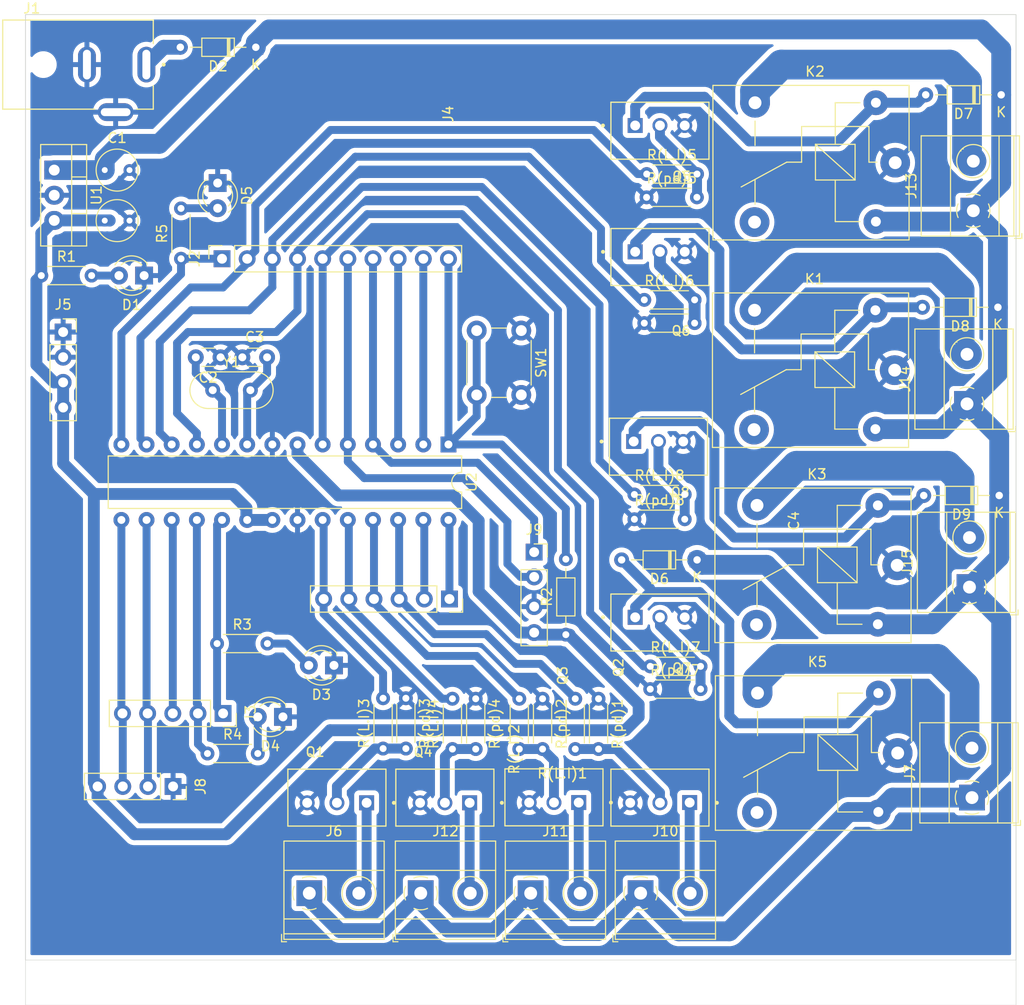
<source format=kicad_pcb>
(kicad_pcb (version 20240108) (generator "pcbnew") (generator_version "8.0")
  (layers (0 "F.Cu" signal) (31 "B.Cu" signal) (34 "B.Paste" user) (35 "F.Paste" user) (36 "B.SilkS" user "B.Silkscreen") (37 "F.SilkS" user "F.Silkscreen") (38 "B.Mask" user) (39 "F.Mask" user) (44 "Edge.Cuts" user))
  (net 0 "")
  (net 1 "GND")
  (net 2 "+12V")
  (net 3 "Net-(U2-XTAL2{slash}PB7)")
  (net 4 "Net-(U2-XTAL1{slash}PB6)")
  (net 5 "+5V")
  (net 6 "Net-(D1-A)")
  (net 7 "Net-(D2-A)")
  (net 8 "Net-(D3-A)")
  (net 9 "Net-(D4-A)")
  (net 10 "Net-(D5-A)")
  (net 11 "Net-(D6-A)")
  (net 12 "Net-(D7-A)")
  (net 13 "Net-(D8-A)")
  (net 14 "Net-(D9-A)")
  (net 15 "/1(TX)")
  (net 16 "/5~")
  (net 17 "/4")
  (net 18 "/0(RX)")
  (net 19 "/2")
  (net 20 "/6~")
  (net 21 "/3~")
  (net 22 "/7")
  (net 23 "/12")
  (net 24 "/10~")
  (net 25 "/8")
  (net 26 "/11~")
  (net 27 "/13")
  (net 28 "/9~")
  (net 29 "/A3")
  (net 30 "/A2")
  (net 31 "/A5")
  (net 32 "/A4")
  (net 33 "/A0")
  (net 34 "/A1")
  (net 35 "/Res")
  (net 36 "Net-(J6-Pin_2)")
  (net 37 "Net-(J7-Pin_2)")
  (net 38 "Net-(J10-Pin_2)")
  (net 39 "Net-(J11-Pin_2)")
  (net 40 "Net-(J12-Pin_2)")
  (net 41 "Net-(J13-Pin_2)")
  (net 42 "Net-(J14-Pin_2)")
  (net 43 "Net-(J15-Pin_2)")
  (net 44 "Net-(Q1-G)")
  (net 45 "Net-(Q2-G)")
  (net 46 "Net-(Q3-G)")
  (net 47 "Net-(Q4-G)")
  (net 48 "Net-(Q5-B)")
  (net 49 "Net-(Q6-B)")
  (net 50 "Net-(Q7-B)")
  (net 51 "Net-(Q8-B)")
  (footprint "TerminalBlock_Phoenix:TerminalBlock_Phoenix_MKDS-1,5-2_1x02_P5.00mm_Horizontal" (layer "F.Cu") (at 90.1 138.65)
    (property "Reference" "J12")
    (property "Value" "Screw_Terminal_01x02")
  )
  (footprint "Resistor_THT:R_Axial_DIN0204_L3.6mm_D1.6mm_P5.08mm_Horizontal" (layer "F.Cu") (at 93.3 124.1 90)
    (property "Reference" "R(L.I)4")
    (property "Value" "100")
  )
  (footprint "Diode_THT:D_DO-34_SOD68_P7.62mm_Horizontal" (layer "F.Cu") (at 148.37 79.5 180)
    (property "Reference" "D8")
    (property "Value" "D")
  )
  (footprint "Resistor_THT:R_Axial_DIN0204_L3.6mm_D1.6mm_P5.08mm_Horizontal" (layer "F.Cu") (at 113.27 115.75)
    (property "Reference" "R(L.I)7")
    (property "Value" "1k")
  )
  (footprint "Resistor_THT:R_Axial_DIN0204_L3.6mm_D1.6mm_P5.08mm_Horizontal" (layer "F.Cu") (at 88.6 118.97 -90)
    (property "Reference" "R(pd)3")
    (property "Value" "1k")
  )
  (footprint "TerminalBlock_Phoenix:TerminalBlock_Phoenix_MKDS-1,5-2_1x02_P5.00mm_Horizontal" (layer "F.Cu") (at 101.2 138.655)
    (property "Reference" "J11")
    (property "Value" "Screw_Terminal_01x02")
  )
  (footprint "LED_THT:LED_D3.0mm" (layer "F.Cu") (at 76.19 120.85 180)
    (property "Reference" "D4")
    (property "Value" "LED")
  )
  (footprint "Resistor_THT:R_Axial_DIN0204_L3.6mm_D1.6mm_P5.08mm_Horizontal" (layer "F.Cu") (at 95.65 119.02 -90)
    (property "Reference" "R(pd)4")
    (property "Value" "1k")
  )
  (footprint "TerminalBlock_Phoenix:TerminalBlock_Phoenix_MKDS-1,5-2_1x02_P5.00mm_Horizontal" (layer "F.Cu") (at 112.3 138.65)
    (property "Reference" "J10")
    (property "Value" "Screw_Terminal_01x02")
  )
  (footprint "Diode_THT:D_DO-34_SOD68_P7.62mm_Horizontal" (layer "F.Cu") (at 148.5 98.5 180)
    (property "Reference" "D9")
    (property "Value" "D")
  )
  (footprint "LED_THT:LED_D3.0mm" (layer "F.Cu") (at 81.34 115.65 180)
    (property "Reference" "D3")
    (property "Value" "LED")
  )
  (footprint "B3B-XH-A_LF__SN_:JST_B3B-XH-A_LF__SN_" (layer "F.Cu") (at 114.25 61.675 180)
    (property "Reference" "Q5")
    (property "Value" "NPN")
  )
  (footprint "Diode_THT:D_DO-34_SOD68_P7.62mm_Horizontal" (layer "F.Cu") (at 118 105 180)
    (property "Reference" "D6")
    (property "Value" "D" (hide yes))
  )
  (footprint "Connector_PinSocket_2.54mm:PinSocket_1x05_P2.54mm_Vertical" (layer "F.Cu") (at 70.15 120.5 -90)
    (property "Reference" "J3")
    (property "Value" "Conn_01x05_Socket")
  )
  (footprint "Resistor_THT:R_Axial_DIN0204_L3.6mm_D1.6mm_P5.08mm_Horizontal" (layer "F.Cu") (at 102.4 119.02 -90)
    (property "Reference" "R(pd)2")
    (property "Value" "1k")
  )
  (footprint "Relay_THT:Relay_SPDT_SANYOU_SRD_Series_Form_C" (layer "F.Cu") (at 138.25 124.5 180)
    (property "Reference" "K5")
    (property "Value" "SANYOU_SRD_Form_C")
  )
  (footprint "Resistor_THT:R_Axial_DIN0204_L3.6mm_D1.6mm_P5.08mm_Horizontal" (layer "F.Cu") (at 112.9 68.4)
    (property "Reference" "R(pd)5")
    (property "Value" "10 k")
  )
  (footprint "TerminalBlock_Phoenix:TerminalBlock_Phoenix_MKDS-1,5-2_1x02_P5.00mm_Horizontal" (layer "F.Cu") (at 145.885 69.75 90)
    (property "Reference" "J13")
    (property "Value" "Screw_Terminal_01x02")
  )
  (footprint "Resistor_THT:R_Axial_DIN0204_L3.6mm_D1.6mm_P5.08mm_Horizontal" (layer "F.Cu") (at 100.05 124.1 90)
    (property "Reference" "R(L.I)2")
    (property "Value" "100")
  )
  (footprint "B3B-XH-A_LF__SN_:JST_B3B-XH-A_LF__SN_" (layer "F.Cu") (at 114.25 111.325 180)
    (property "Reference" "Q7")
    (property "Value" "NPN")
  )
  (footprint "B3B-XH-A_LF__SN_:JST_B3B-XH-A_LF__SN_" (layer "F.Cu") (at 114.25 129)
    (property "Reference" "Q2")
    (property "Value" "NMOS")
  )
  (footprint "Relay_THT:Relay_SPDT_SANYOU_SRD_Series_Form_C" (layer "F.Cu") (at 137.95 85.85 180)
    (property "Reference" "K1")
    (property "Value" "SANYOU_SRD_Form_C")
  )
  (footprint "Crystal:Crystal_HC52-6mm_Vertical" (layer "F.Cu") (at 69.1 87.87)
    (property "Reference" "Y1")
    (property "Value" "Crystal")
  )
  (footprint "LED_THT:LED_D3.0mm" (layer "F.Cu") (at 69.6 66.96 -90)
    (property "Reference" "D5")
    (property "Value" "LED")
  )
  (footprint "Capacitor_THT:C_Disc_D3.0mm_W1.6mm_P2.50mm" (layer "F.Cu") (at 69.89 84.55 180)
    (property "Reference" "C2")
    (property "Value" "22 pf")
  )
  (footprint "Resistor_THT:R_Axial_DIN0204_L3.6mm_D1.6mm_P5.08mm_Horizontal" (layer "F.Cu") (at 69.54 113.45)
    (property "Reference" "R3")
    (property "Value" "250")
  )
  (footprint "Resistor_THT:R_Axial_DIN0204_L3.6mm_D1.6mm_P5.08mm_Horizontal" (layer "F.Cu") (at 86.3 124.05 90)
    (property "Reference" "R(L.I)3")
    (property "Value" "100")
  )
  (footprint "Resistor_THT:R_Axial_DIN0204_L3.6mm_D1.6mm_P5.08mm_Horizontal" (layer "F.Cu") (at 112.67 78.75)
    (property "Reference" "R(L.I)6")
    (property "Value" "1k")
  )
  (footprint "TerminalBlock_Phoenix:TerminalBlock_Phoenix_MKDS-1,5-2_1x02_P5.00mm_Horizontal" (layer "F.Cu") (at 145.25 89.25 90)
    (property "Reference" "J14")
    (property "Value" "Screw_Terminal_01x02" (hide yes))
  )
  (footprint "PJ-059A:CUI_PJ-059A" (layer "F.Cu") (at 62.4 55)
    (property "Reference" "J1")
    (property "Value" "PJ-059A")
  )
  (footprint "TerminalBlock_Phoenix:TerminalBlock_Phoenix_MKDS-1,5-2_1x02_P5.00mm_Horizontal" (layer "F.Cu") (at 78.85 138.65)
    (property "Reference" "J6")
    (property "Value" "Screw_Terminal_01x02" (hide yes))
  )
  (footprint "B3B-XH-A_LF__SN_:JST_B3B-XH-A_LF__SN_" (layer "F.Cu") (at 92.5375 129)
    (property "Reference" "Q4")
    (property "Value" "NMOS")
  )
  (footprint "Resistor_THT:R_Axial_DIN0204_L3.6mm_D1.6mm_P5.08mm_Horizontal" (layer "F.Cu") (at 113.27 118.05)
    (property "Reference" "R(pd)7")
    (property "Value" "10 k")
  )
  (footprint "TerminalBlock_Phoenix:TerminalBlock_Phoenix_MKDS-1,5-2_1x02_P5.00mm_Horizontal" (layer "F.Cu") (at 145.75 129 90)
    (property "Reference" "J7")
    (property "Value" "Screw_Terminal_01x02")
  )
  (footprint "Capacitor_THT:C_Radial_D4.0mm_H5.0mm_P1.50mm" (layer "F.Cu") (at 58.7 70.75)
    (property "Reference" "C4")
    (property "Value" "10 uf")
  )
  (footprint "Connector_PinSocket_2.54mm:PinSocket_1x10_P2.54mm_Vertical" (layer "F.Cu") (at 70.04 74.6 90)
    (property "Reference" "J2")
    (property "Value" "Conn_01x10_Socket")
  )
  (footprint "Resistor_THT:R_Axial_DIN0204_L3.6mm_D1.6mm_P5.08mm_Horizontal" (layer "F.Cu") (at 68.57 124.55)
    (property "Reference" "R4")
    (property "Value" "250")
  )
  (footprint "Resistor_THT:R_Axial_DIN0204_L3.6mm_D1.6mm_P5.08mm_Horizontal" (layer "F.Cu") (at 112.67 81.1)
    (property "Reference" "R(pd)6" (hide yes))
    (property "Value" "10 k")
  )
  (footprint "Relay_THT:Relay_SPDT_SANYOU_SRD_Series_Form_C" (layer "F.Cu") (at 138 64.9 180)
    (property "Reference" "K2")
    (property "Value" "SANYOU_SRD_Form_C")
  )
  (footprint "TerminalBlock_Phoenix:TerminalBlock_Phoenix_MKDS-1,5-2_1x02_P5.00mm_Horizontal" (layer "F.Cu") (at 145.5 107.75 90)
    (property "Reference" "J15")
    (property "Value" "Screw_Terminal_01x02")
  )
  (footprint "Connector_PinSocket_2.54mm:PinSocket_1x04_P2.54mm_Vertical" (layer "F.Cu") (at 101.55 104.72)
    (property "Reference" "J9")
    (property "Value" "Conn_01x04_Socket")
  )
  (footprint "Resistor_THT:R_Axial_DIN0204_L3.6mm_D1.6mm_P7.62mm_Horizontal" (layer "F.Cu") (at 104.75 112.55 90)
    (property "Reference" "R2")
    (property "Value" "10k")
  )
  (footprint "B3B-XH-A_LF__SN_:JST_B3B-XH-A_LF__SN_" (layer "F.Cu") (at 114.1 93.575 180)
    (property "Reference" "Q8")
    (property "Value" "NPN")
  )
  (footprint "Package_TO_SOT_THT:TO-220-3_Vertical" (layer "F.Cu") (at 53.1 65.65 -90)
    (property "Reference" "U1")
    (property "Value" "L7805")
  )
  (footprint "Connector_PinSocket_2.54mm:PinSocket_1x04_P2.54mm_Vertical" (layer "F.Cu") (at 54 82)
    (property "Reference" "J5")
    (property "Value" "Conn_01x04_Socket" (hide yes))
  )
  (footprint "Resistor_THT:R_Axial_DIN0204_L3.6mm_D1.6mm_P5.08mm_Horizontal" (layer "F.Cu") (at 51.795 76.3)
    (property "Reference" "R1")
    (property "Value" "250")
  )
  (footprint "Resistor_THT:R_Axial_DIN0204_L3.6mm_D1.6mm_P5.08mm_Horizontal" (layer "F.Cu") (at 65.9 74.6 90)
    (property "Reference" "R5")
    (property "Value" "250")
  )
  (footprint "Resistor_THT:R_Axial_DIN0204_L3.6mm_D1.6mm_P5.08mm_Horizontal" (layer "F.Cu") (at 111.67 100.9)
    (property "Reference" "R(pd)8")
    (property "Value" "10 k")
  )
  (footprint "Capacitor_THT:C_Radial_D4.0mm_H5.0mm_P1.50mm" (layer "F.Cu") (at 58.7 65.65)
    (property "Reference" "C1")
    (property "Value" "10 uf")
  )
  (footprint "Resistor_THT:R_Axial_DIN0204_L3.6mm_D1.6mm_P5.08mm_Horizontal" (layer "F.Cu") (at 112.915 66.05)
    (property "Reference" "R(L.I)5")
    (property "Value" "1k")
  )
  (footprint "Resistor_THT:R_Axial_DIN0204_L3.6mm_D1.6mm_P5.08mm_Horizontal" (layer "F.Cu") (at 105.7 124.1 90)
    (property "Reference" "R(L.I)1")
    (property "Value" "100")
  )
  (footprint "B3B-XH-A_LF__SN_:JST_B3B-XH-A_LF__SN_" (layer "F.Cu") (at 81.6375 129)
    (property "Reference" "Q1")
    (property "Value" "NMOS")
  )
  (footprint "Diode_THT:D_DO-34_SOD68_P7.62mm_Horizontal" (layer "F.Cu") (at 73.45 53.25 180)
    (property "Reference" "D2")
    (property "Value" "D")
  )
  (footprint "Connector_PinSocket_2.54mm:PinSocket_1x06_P2.54mm_Vertical" (layer "F.Cu") (at 93 108.95 -90)
    (property "Reference" "J4")
    (property "Value" "Conn_01x06_Socket")
  )
  (footprint "Diode_THT:D_DO-34_SOD68_P7.62mm_Horizontal" (layer "F.Cu") (at 148.7 58.05 180)
    (property "Reference" "D7")
    (property "Value" "D")
  )
  (footprint "B3B-XH-A_LF__SN_:JST_B3B-XH-A_LF__SN_" (layer "F.Cu") (at 114.25 74.425 180)
    (property "Reference" "Q6")
    (property "Value" "NPN" (hide yes))
  )
  (footprint "Button_Switch_THT:SW_PUSH_6mm" (layer "F.Cu") (at 100.25 81.85 -90)
    (property "Reference" "SW1")
    (property "Value" "SW_Push")
  )
  (footprint "Relay_THT:Relay_SPDT_SANYOU_SRD_Series_Form_C" (layer "F.Cu") (at 138.2 105.55 180)
    (property "Reference" "K3")
    (property "Value" "SANYOU_SRD_Form_C")
  )
  (footprint "Package_DIP:DIP-28_W7.62mm" (layer "F.Cu") (at 92.9 93.35 -90)
    (property "Reference" "U2")
    (property "Value" "ATmega328P-P")
  )
  (footprint "Connector_PinSocket_2.54mm:PinSocket_1x04_P2.54mm_Vertical" (layer "F.Cu") (at 65.1 127.875 -90)
    (property "Reference" "J8")
    (property "Value" "Conn_01x04_Socket")
  )
  (footprint "Resistor_THT:R_Axial_DIN0204_L3.6mm_D1.6mm_P5.08mm_Horizontal" (layer "F.Cu") (at 108.05 119.02 -90)
    (property "Reference" "R(pd)1")
    (property "Value" "1k")
  )
  (footprint "B3B-XH-A_LF__SN_:JST_B3B-XH-A_LF__SN_" (layer "F.Cu") (at 103.55 128.975)
    (property "Reference" "Q3")
    (property "Value" "NMOS")
  )
  (footprint "Capacitor_THT:C_Disc_D3.0mm_W1.6mm_P2.50mm" (layer "F.Cu") (at 72.09 84.55)
    (property "Reference" "C3")
    (property "Value" "22 pf")
  )
  (footprint "Resistor_THT:R_Axial_DIN0204_L3.6mm_D1.6mm_P5.08mm_Horizontal" (layer "F.Cu") (at 111.67 98.4)
    (property "Reference" "R(L.I)8")
    (property "Value" "1k")
  )
  (footprint "LED_THT:LED_D3.0mm" (layer "F.Cu") (at 62.175 76.3 180)
    (property "Reference" "D1")
    (property "Value" "LED")
  )
  (gr_rect (start 50.2 49.95) (end 150.2 149.95) (stroke (width 0.05)) (fill none) (layer "Edge.Cuts"))
  (gr_rect (start 50.2 49.95) (end 150.2 145.4) (stroke (width 0.05)) (fill none) (layer "Edge.Cuts"))
  (segment (start 145.885 69.75) (end 148.7 66.935) (width 2) (layer "B.Cu") (net 2))
  (segment (start 148.7 110.95) (end 148.7 126.05) (width 2) (layer "B.Cu") (net 2))
  (segment (start 90.1 139.6375) (end 90.1 138.65) (width 1.5) (layer "B.Cu") (net 2))
  (segment (start 74.8 51.45) (end 73.45 52.8) (width 2) (layer "B.Cu") (net 2))
  (segment (start 101.2 138.655) (end 101.2 138.6625) (width 1.5) (layer "B.Cu") (net 2))
  (segment (start 58.2 64.55) (end 59.75 63) (width 2) (layer "B.Cu") (net 2))
  (segment (start 63.7 63) (end 73.45 53.25) (width 2) (layer "B.Cu") (net 2))
  (segment (start 97.4875 142.375) (end 92.8375 142.375) (width 1.5) (layer "B.Cu") (net 2))
  (segment (start 148.37 79.5) (end 148.37 72.235) (width 2) (layer "B.Cu") (net 2))
  (segment (start 92.8375 142.375) (end 90.1 139.6375) (width 1.5) (layer "B.Cu") (net 2))
  (segment (start 148.37 79.5) (end 148.37 86.13) (width 2) (layer "B.Cu") (net 2))
  (segment (start 104.6875 142.725) (end 101.2 139.2375) (width 1.5) (layer "B.Cu") (net 2))
  (segment (start 137.75 129) (end 136.3 130.45) (width 2) (layer "B.Cu") (net 2))
  (segment (start 148.5 104.75) (end 145.5 107.75) (width 2) (layer "B.Cu") (net 2))
  (segment (start 78.85 139.3375) (end 78.85 138.65) (width 1.5) (layer "B.Cu") (net 2))
  (segment (start 58.2 65.65) (end 53.1 65.65) (width 2) (layer "B.Cu") (net 2))
  (segment (start 101.2 139.2375) (end 101.2 138.655) (width 1.5) (layer "B.Cu") (net 2))
  (segment (start 148.7 53.45) (end 146.7 51.45) (width 2) (layer "B.Cu") (net 2))
  (segment (start 136.25 111.5) (end 141.75 111.5) (width 2) (layer "B.Cu") (net 2))
  (segment (start 133.3 130.45) (end 121.25 142.5) (width 2) (layer "B.Cu") (net 2))
  (segment (start 90.0625 138.65) (end 86.2875 142.425) (width 1.5) (layer "B.Cu") (net 2))
  (segment (start 58.2 65.65) (end 58.2 64.55) (width 2) (layer "B.Cu") (net 2))
  (segment (start 148.5 98.25) (end 148.5 104.75) (width 2) (layer "B.Cu") (net 2))
  (segment (start 148.7 58.05) (end 148.7 53.45) (width 2) (layer "B.Cu") (net 2))
  (segment (start 101.2 138.6625) (end 97.4875 142.375) (width 1.5) (layer "B.Cu") (net 2))
  (segment (start 136 91.8) (end 142.7 91.8) (width 2) (layer "B.Cu") (net 2))
  (segment (start 148.7 66.935) (end 148.7 58.05) (width 2) (layer "B.Cu") (net 2))
  (segment (start 112.1125 138.65) (end 108.0375 142.725) (width 1.5) (layer "B.Cu") (net 2))
  (segment (start 59.75 63) (end 63.7 63) (width 2) (layer "B.Cu") (net 2))
  (segment (start 86.2875 142.425) (end 81.9375 142.425) (width 1.5) (layer "B.Cu") (net 2))
  (segment (start 136.25 111.5) (end 131 111.5) (width 2) (layer "B.Cu") (net 2))
  (segment (start 146.7 51.45) (end 74.8 51.45) (width 2) (layer "B.Cu") (net 2))
  (segment (start 90.1 138.65) (end 90.0625 138.65) (width 1.5) (layer "B.Cu") (net 2))
  (segment (start 148.37 86.13) (end 145.25 89.25) (width 2) (layer "B.Cu") (net 2))
  (segment (start 148.5 98.25) (end 148.5 92.5) (width 2) (layer "B.Cu") (net 2))
  (segment (start 116.15 142.5) (end 112.3 138.65) (width 2) (layer "B.Cu") (net 2))
  (segment (start 112.3 138.65) (end 112.1125 138.65) (width 1.5) (layer "B.Cu") (net 2))
  (segment (start 142.7 91.8) (end 145.25 89.25) (width 2) (layer "B.Cu") (net 2))
  (segment (start 136.3 130.45) (end 133.3 130.45) (width 2) (layer "B.Cu") (net 2))
  (segment (start 144.785 70.85) (end 145.885 69.75) (width 2) (layer "B.Cu") (net 2))
  (segment (start 145.75 129) (end 137.75 129) (width 2) (layer "B.Cu") (net 2))
  (segment (start 125 105.5) (end 118.5 105.5) (width 2) (layer "B.Cu") (net 2))
  (segment (start 145.5 107.75) (end 148.7 110.95) (width 2) (layer "B.Cu") (net 2))
  (segment (start 118.5 105.5) (end 118 105) (width 2) (layer "B.Cu") (net 2))
  (segment (start 81.9375 142.425) (end 78.85 139.3375) (width 1.5) (layer "B.Cu") (net 2))
  (segment (start 136.05 70.85) (end 144.785 70.85) (width 2) (layer "B.Cu") (net 2))
  (segment (start 148.7 126.05) (end 145.75 129) (width 2) (layer "B.Cu") (net 2))
  (segment (start 148.37 72.235) (end 145.885 69.75) (width 2) (layer "B.Cu") (net 2))
  (segment (start 108.0375 142.725) (end 104.6875 142.725) (width 1.5) (layer "B.Cu") (net 2))
  (segment (start 121.25 142.5) (end 116.15 142.5) (width 2) (layer "B.Cu") (net 2))
  (segment (start 131 111.5) (end 125 105.5) (width 2) (layer "B.Cu") (net 2))
  (segment (start 141.75 111.5) (end 145.5 107.75) (width 2) (layer "B.Cu") (net 2))
  (segment (start 73.45 52.8) (end 73.45 53.25) (width 2) (layer "B.Cu") (net 2))
  (segment (start 148.5 92.5) (end 145.25 89.25) (width 2) (layer "B.Cu") (net 2))
  (segment (start 70.04 93.35) (end 70.04 88.81) (width 0.8) (layer "B.Cu") (net 3))
  (segment (start 70.04 88.81) (end 69.1 87.87) (width 0.8) (layer "B.Cu") (net 3))
  (segment (start 67.39 84.55) (end 67.39 86.16) (width 0.8) (layer "B.Cu") (net 3))
  (segment (start 67.39 86.16) (end 69.1 87.87) (width 0.8) (layer "B.Cu") (net 3))
  (segment (start 74.59 86.18) (end 72.9 87.87) (width 0.8) (layer "B.Cu") (net 4))
  (segment (start 74.59 84.55) (end 74.59 86.18) (width 0.8) (layer "B.Cu") (net 4))
  (segment (start 72.58 93.35) (end 72.58 88.19) (width 0.8) (layer "B.Cu") (net 4))
  (segment (start 72.58 88.19) (end 72.9 87.87) (width 0.8) (layer "B.Cu") (net 4))
  (segment (start 51.3 76.795) (end 51.795 76.3) (width 1.2) (layer "B.Cu") (net 5))
  (segment (start 95.95 108.2) (end 100.09 112.34) (width 1.2) (layer "B.Cu") (net 5))
  (segment (start 54 95.25) (end 54 89.62) (width 1.2) (layer "B.Cu") (net 5))
  (segment (start 104.75 112.55) (end 105.05 112.55) (width 1.2) (layer "B.Cu") (net 5))
  (segment (start 101.76 112.55) (end 101.55 112.34) (width 1.2) (layer "B.Cu") (net 5))
  (segment (start 112.1 119.6) (end 112.1 120.85) (width 1.2) (layer "B.Cu") (net 5))
  (segment (start 77.66 93.35) (end 77.66 94.36) (width 1.2) (layer "B.Cu") (net 5))
  (segment (start 105.05 112.55) (end 112.1 119.6) (width 1.2) (layer "B.Cu") (net 5))
  (segment (start 57.48 127.875) (end 57.1 127.495) (width 1.2) (layer "B.Cu") (net 5))
  (segment (start 53.08 87.08) (end 51.3 85.3) (width 1.2) (layer "B.Cu") (net 5))
  (segment (start 104.75 112.55) (end 101.76 112.55) (width 1.2) (layer "B.Cu") (net 5))
  (segment (start 81.8 98.5) (end 93.4 98.5) (width 1.2) (layer "B.Cu") (net 5))
  (segment (start 72.5 100.89) (end 72.5 99.75) (width 1.2) (layer "B.Cu") (net 5))
  (segment (start 57.1 98.35) (end 54 95.25) (width 1.2) (layer "B.Cu") (net 5))
  (segment (start 51.795 76.3) (end 51.795 72.035) (width 1.2) (layer "B.Cu") (net 5))
  (segment (start 51.3 85.3) (end 51.3 76.795) (width 1.2) (layer "B.Cu") (net 5))
  (segment (start 58.68 70.73) (end 58.7 70.75) (width 1.2) (layer "B.Cu") (net 5))
  (segment (start 72.5 99.75) (end 71.1 98.35) (width 1.2) (layer "B.Cu") (net 5))
  (segment (start 80.95 122.2) (end 70.45 132.7) (width 1.2) (layer "B.Cu") (net 5))
  (segment (start 57.48 128.98) (end 57.48 127.875) (width 1.2) (layer "B.Cu") (net 5))
  (segment (start 112.1 120.85) (end 110.75 122.2) (width 1.2) (layer "B.Cu") (net 5))
  (segment (start 61.2 132.7) (end 57.48 128.98) (width 1.2) (layer "B.Cu") (net 5))
  (segment (start 93.4 98.5) (end 95.95 101.05) (width 1.2) (layer "B.Cu") (net 5))
  (segment (start 54 87.08) (end 53.08 87.08) (width 1.2) (layer "B.Cu") (net 5))
  (segment (start 95.95 101.05) (end 95.95 108.2) (width 1.2) (layer "B.Cu") (net 5))
  (segment (start 104.75 112.55) (end 105.15 112.55) (width 1.2) (layer "B.Cu") (net 5))
  (segment (start 51.795 72.035) (end 53.1 70.73) (width 1.2) (layer "B.Cu") (net 5))
  (segment (start 71.1 98.35) (end 57.1 98.35) (width 1.2) (layer "B.Cu") (net 5))
  (segment (start 54 89.62) (end 54 87.08) (width 1.2) (layer "B.Cu") (net 5))
  (segment (start 70.45 132.7) (end 61.2 132.7) (width 1.2) (layer "B.Cu") (net 5))
  (segment (start 100.09 112.34) (end 101.55 112.34) (width 1.2) (layer "B.Cu") (net 5))
  (segment (start 110.75 122.2) (end 80.95 122.2) (width 1.2) (layer "B.Cu") (net 5))
  (segment (start 77.66 94.36) (end 81.8 98.5) (width 1.2) (layer "B.Cu") (net 5))
  (segment (start 75.12 100.97) (end 72.58 100.97) (width 1.2) (layer "B.Cu") (net 5))
  (segment (start 53.1 70.73) (end 58.68 70.73) (width 1.2) (layer "B.Cu") (net 5))
  (segment (start 57.1 127.495) (end 57.1 98.35) (width 1.2) (layer "B.Cu") (net 5))
  (segment (start 72.58 100.97) (end 72.5 100.89) (width 1.2) (layer "B.Cu") (net 5))
  (segment (start 56.875 76.3) (end 59.635 76.3) (width 0.8) (layer "B.Cu") (net 6))
  (segment (start 65.83 53.25) (end 64.15 53.25) (width 1.5) (layer "B.Cu") (net 7))
  (segment (start 64.15 53.25) (end 62.4 55) (width 1.5) (layer "B.Cu") (net 7))
  (segment (start 74.62 113.45) (end 76.6 113.45) (width 0.8) (layer "B.Cu") (net 8))
  (segment (start 76.6 113.45) (end 78.8 115.65) (width 0.8) (layer "B.Cu") (net 8))
  (segment (start 73.65 120.85) (end 73.65 124.55) (width 0.8) (layer "B.Cu") (net 9))
  (segment (start 69.6 69.5) (end 65.92 69.5) (width 0.8) (layer "B.Cu") (net 10))
  (segment (start 65.92 69.5) (end 65.9 69.52) (width 0.8) (layer "B.Cu") (net 10))
  (segment (start 133.25 121.5) (end 136.3 118.45) (width 1) (layer "B.Cu") (net 11))
  (segment (start 113.25 108.25) (end 118.25 108.25) (width 1) (layer "B.Cu") (net 11))
  (segment (start 111.75 110.8) (end 111.75 109.75) (width 1) (layer "B.Cu") (net 11))
  (segment (start 111.75 109.75) (end 113.25 108.25) (width 1) (layer "B.Cu") (net 11))
  (segment (start 121.25 120.75) (end 122 121.5) (width 1) (layer "B.Cu") (net 11))
  (segment (start 113.25 108.25) (end 113.25 107.87) (width 1) (layer "B.Cu") (net 11))
  (segment (start 122 121.5) (end 133.25 121.5) (width 1) (layer "B.Cu") (net 11))
  (segment (start 121.25 111.25) (end 121.25 120.75) (width 1) (layer "B.Cu") (net 11))
  (segment (start 113.25 107.87) (end 110.38 105) (width 1) (layer "B.Cu") (net 11))
  (segment (start 118.25 108.25) (end 121.25 111.25) (width 1) (layer "B.Cu") (net 11))
  (segment (start 112.75 58.25) (end 111.75 59.25) (width 1) (layer "B.Cu") (net 12))
  (segment (start 136.05 58.95) (end 132.25 62.75) (width 1) (layer "B.Cu") (net 12))
  (segment (start 118.75 58.25) (end 112.75 58.25) (width 1) (layer "B.Cu") (net 12))
  (segment (start 132.25 62.75) (end 123.25 62.75) (width 1) (layer "B.Cu") (net 12))
  (segment (start 136.05 58.85) (end 140.28 58.85) (width 1) (layer "B.Cu") (net 12))
  (segment (start 123.25 62.75) (end 118.75 58.25) (width 1) (layer "B.Cu") (net 12))
  (segment (start 140.28 58.85) (end 141.08 58.05) (width 1) (layer "B.Cu") (net 12))
  (segment (start 136.05 58.85) (end 136.05 58.95) (width 1) (layer "B.Cu") (net 12))
  (segment (start 111.75 59.25) (end 111.75 61.15) (width 1) (layer "B.Cu") (net 12))
  (segment (start 120.25 73.75) (end 120.25 81.5) (width 1) (layer "B.Cu") (net 13))
  (segment (start 120.25 81.5) (end 122.5 83.75) (width 1) (layer "B.Cu") (net 13))
  (segment (start 118 71.5) (end 120.25 73.75) (width 1) (layer "B.Cu") (net 13))
  (segment (start 132.05 83.75) (end 136 79.8) (width 1) (layer "B.Cu") (net 13))
  (segment (start 136.3 79.5) (end 136 79.8) (width 1) (layer "B.Cu") (net 13))
  (segment (start 140.75 79.5) (end 136.3 79.5) (width 1) (layer "B.Cu") (net 13))
  (segment (start 111.75 73) (end 113.25 71.5) (width 1) (layer "B.Cu") (net 13))
  (segment (start 111.75 73.9) (end 111.75 73) (width 1) (layer "B.Cu") (net 13))
  (segment (start 113.25 71.5) (end 118 71.5) (width 1) (layer "B.Cu") (net 13))
  (segment (start 122.5 83.75) (end 132.05 83.75) (width 1) (layer "B.Cu") (net 13))
  (segment (start 121.75 102.75) (end 119.75 100.75) (width 1) (layer "B.Cu") (net 14))
  (segment (start 112.5 91) (end 111.6 91.9) (width 1) (layer "B.Cu") (net 14))
  (segment (start 136.25 99.5) (end 133 102.75) (width 1) (layer "B.Cu") (net 14))
  (segment (start 136.25 99.5) (end 139.88 99.5) (width 1) (layer "B.Cu") (net 14))
  (segment (start 111.6 91.9) (end 111.6 93.05) (width 1) (layer "B.Cu") (net 14))
  (segment (start 119.75 100.75) (end 119.75 92.5) (width 1) (layer "B.Cu") (net 14))
  (segment (start 118.25 91) (end 112.5 91) (width 1) (layer "B.Cu") (net 14))
  (segment (start 119.75 92.5) (end 118.25 91) (width 1) (layer "B.Cu") (net 14))
  (segment (start 133 102.75) (end 121.75 102.75) (width 1) (layer "B.Cu") (net 14))
  (segment (start 139.88 99.5) (end 140.88 98.5) (width 1) (layer "B.Cu") (net 14))
  (segment (start 87.82 74.6) (end 87.82 93.35) (width 0.8) (layer "B.Cu") (net 15))
  (segment (start 84.15 67.35) (end 77.66 73.84) (width 0.8) (layer "B.Cu") (net 16))
  (segment (start 108.15 94.95) (end 108.15 79.25) (width 0.8) (layer "B.Cu") (net 16))
  (segment (start 75.5 82) (end 77.66 79.84) (width 0.8) (layer "B.Cu") (net 16))
  (segment (start 108.15 79.25) (end 96.25 67.35) (width 0.8) (layer "B.Cu") (net 16))
  (segment (start 96.25 67.35) (end 84.15 67.35) (width 0.8) (layer "B.Cu") (net 16))
  (segment (start 65.5 90.2) (end 65.5 83.1) (width 0.8) (layer "B.Cu") (net 16))
  (segment (start 66.6 82) (end 75.5 82) (width 0.8) (layer "B.Cu") (net 16))
  (segment (start 77.66 79.84) (end 77.66 74.6) (width 0.8) (layer "B.Cu") (net 16))
  (segment (start 65.5 83.1) (end 66.6 82) (width 0.8) (layer "B.Cu") (net 16))
  (segment (start 67.5 93.35) (end 67.5 92.2) (width 0.8) (layer "B.Cu") (net 16))
  (segment (start 67.5 92.2) (end 65.5 90.2) (width 0.8) (layer "B.Cu") (net 16))
  (segment (start 77.66 73.84) (end 77.66 74.6) (width 0.8) (layer "B.Cu") (net 16))
  (segment (start 111.6 98.4) (end 108.15 94.95) (width 0.8) (layer "B.Cu") (net 16))
  (segment (start 80.2 74.6) (end 80.2 93.35) (width 0.8) (layer "B.Cu") (net 17))
  (segment (start 107.2 110.35) (end 107.2 99.1) (width 0.8) (layer "B.Cu") (net 17))
  (segment (start 94.25 70.1) (end 84.7 70.1) (width 0.8) (layer "B.Cu") (net 17))
  (segment (start 107.2 99.1) (end 103.95 95.85) (width 0.8) (layer "B.Cu") (net 17))
  (segment (start 84.7 70.1) (end 80.2 74.6) (width 0.8) (layer "B.Cu") (net 17))
  (segment (start 112.6 115.75) (end 107.2 110.35) (width 0.8) (layer "B.Cu") (net 17))
  (segment (start 103.95 95.85) (end 103.95 79.8) (width 0.8) (layer "B.Cu") (net 17))
  (segment (start 103.95 79.8) (end 94.25 70.1) (width 0.8) (layer "B.Cu") (net 17))
  (segment (start 113.27 115.75) (end 112.6 115.75) (width 0.8) (layer "B.Cu") (net 17))
  (segment (start 90.36 93.35) (end 90.36 74.6) (width 0.8) (layer "B.Cu") (net 18))
  (segment (start 101.55 104.22) (end 101.55 100.9) (width 0.8) (layer "B.Cu") (net 19))
  (segment (start 101.55 100.9) (end 95.85 95.2) (width 0.8) (layer "B.Cu") (net 19))
  (segment (start 85.28 93.35) (end 85.28 74.6) (width 0.8) (layer "B.Cu") (net 19))
  (segment (start 95.85 95.2) (end 87.13 95.2) (width 0.8) (layer "B.Cu") (net 19))
  (segment (start 87.13 95.2) (end 85.28 93.35) (width 0.8) (layer "B.Cu") (net 19))
  (segment (start 75.12 72.68) (end 83.5 64.3) (width 0.8) (layer "B.Cu") (net 20))
  (segment (start 108.3 74.8) (end 112.25 78.75) (width 0.8) (layer "B.Cu") (net 20))
  (segment (start 83.5 64.3) (end 101 64.3) (width 0.8) (layer "B.Cu") (net 20))
  (segment (start 112.25 78.75) (end 112.67 78.75) (width 0.8) (layer "B.Cu") (net 20))
  (segment (start 75.12 74.6) (end 75.12 72.68) (width 0.8) (layer "B.Cu") (net 20))
  (segment (start 108.3 71.6) (end 108.3 74.8) (width 0.8) (layer "B.Cu") (net 20))
  (segment (start 63.75 92.14) (end 64.96 93.35) (width 0.8) (layer "B.Cu") (net 20))
  (segment (start 75.12 77.48) (end 72.8 79.8) (width 0.8) (layer "B.Cu") (net 20))
  (segment (start 72.8 79.8) (end 66.95 79.8) (width 0.8) (layer "B.Cu") (net 20))
  (segment (start 63.75 83) (end 63.75 92.14) (width 0.8) (layer "B.Cu") (net 20))
  (segment (start 75.12 74.6) (end 75.12 77.48) (width 0.8) (layer "B.Cu") (net 20))
  (segment (start 66.95 79.8) (end 63.75 83) (width 0.8) (layer "B.Cu") (net 20))
  (segment (start 101 64.3) (end 108.3 71.6) (width 0.8) (layer "B.Cu") (net 20))
  (segment (start 98.85 101.15) (end 98.85 105.4) (width 0.8) (layer "B.Cu") (net 21))
  (segment (start 94.45 96.75) (end 98.85 101.15) (width 0.8) (layer "B.Cu") (net 21))
  (segment (start 98.85 105.4) (end 100.17 106.72) (width 0.8) (layer "B.Cu") (net 21))
  (segment (start 100.17 106.72) (end 101.55 106.72) (width 0.8) (layer "B.Cu") (net 21))
  (segment (start 84.4 96.75) (end 94.45 96.75) (width 0.8) (layer "B.Cu") (net 21))
  (segment (start 82.74 95.09) (end 84.4 96.75) (width 0.8) (layer "B.Cu") (net 21))
  (segment (start 82.74 93.35) (end 82.74 95.09) (width 0.8) (layer "B.Cu") (net 21))
  (segment (start 82.74 74.6) (end 82.74 93.35) (width 0.8) (layer "B.Cu") (net 21))
  (segment (start 61.8 82.6) (end 61.8 92.73) (width 0.8) (layer "B.Cu") (net 22))
  (segment (start 72.58 75.06) (end 70.14 77.5) (width 0.8) (layer "B.Cu") (net 22))
  (segment (start 66.9 77.5) (end 61.8 82.6) (width 0.8) (layer "B.Cu") (net 22))
  (segment (start 112.915 66.05) (end 112 66.05) (width 0.8) (layer "B.Cu") (net 22))
  (segment (start 81 61.6) (end 73.4 69.2) (width 0.8) (layer "B.Cu") (net 22))
  (segment (start 61.8 92.73) (end 62.42 93.35) (width 0.8) (layer "B.Cu") (net 22))
  (segment (start 73.4 69.2) (end 73.4 73.78) (width 0.8) (layer "B.Cu") (net 22))
  (segment (start 107.55 61.6) (end 81 61.6) (width 0.8) (layer "B.Cu") (net 22))
  (segment (start 112 66.05) (end 107.55 61.6) (width 0.8) (layer "B.Cu") (net 22))
  (segment (start 72.58 74.6) (end 72.58 75.06) (width 0.8) (layer "B.Cu") (net 22))
  (segment (start 73.4 73.78) (end 72.58 74.6) (width 0.8) (layer "B.Cu") (net 22))
  (segment (start 70.14 77.5) (end 66.9 77.5) (width 0.8) (layer "B.Cu") (net 22))
  (segment (start 67.5 119.5) (end 67.5 100.97) (width 0.8) (layer "B.Cu") (net 23))
  (segment (start 68.57 124.55) (end 67.61 123.59) (width 0.8) (layer "B.Cu") (net 23))
  (segment (start 67.61 120.5) (end 67.61 119.61) (width 0.8) (layer "B.Cu") (net 23))
  (segment (start 67.61 123.59) (end 67.61 120.5) (width 0.8) (layer "B.Cu") (net 23))
  (segment (start 67.61 119.61) (end 67.5 119.5) (width 0.8) (layer "B.Cu") (net 23))
  (segment (start 62.56 127.875) (end 62.56 120.53) (width 0.8) (layer "B.Cu") (net 24))
  (segment (start 62.42 120.39) (end 62.53 120.5) (width 0.8) (layer "B.Cu") (net 24))
  (segment (start 62.56 120.53) (end 62.53 120.5) (width 0.8) (layer "B.Cu") (net 24))
  (segment (start 62.42 100.97) (end 62.42 120.39) (width 0.8) (layer "B.Cu") (net 24))
  (segment (start 65.9 76.15) (end 65.9 74.6) (width 0.8) (layer "B.Cu") (net 25))
  (segment (start 59.88 93.35) (end 59.88 82.17) (width 0.8) (layer "B.Cu") (net 25))
  (segment (start 65.9 74.6) (end 70.04 74.6) (width 0.8) (layer "B.Cu") (net 25))
  (segment (start 59.88 82.17) (end 65.9 76.15) (width 0.8) (layer "B.Cu") (net 25))
  (segment (start 65.07 120.5) (end 65.07 101.08) (width 0.8) (layer "B.Cu") (net 26))
  (segment (start 65.07 101.08) (end 64.96 100.97) (width 0.8) (layer "B.Cu") (net 26))
  (segment (start 70.15 120.5) (end 69.54 119.89) (width 0.8) (layer "B.Cu") (net 27))
  (segment (start 69.54 101.47) (end 70.04 100.97) (width 0.8) (layer "B.Cu") (net 27))
  (segment (start 69.54 119.89) (end 69.54 101.47) (width 0.8) (layer "B.Cu") (net 27))
  (segment (start 59.88 100.97) (end 59.88 120.39) (width 0.8) (layer "B.Cu") (net 28))
  (segment (start 60.02 120.62) (end 60.02 127.875) (width 0.8) (layer "B.Cu") (net 28))
  (segment (start 59.88 120.39) (end 59.99 120.5) (width 0.8) (layer "B.Cu") (net 28))
  (segment (start 59.99 120.5) (end 59.99 120.59) (width 0.8) (layer "B.Cu") (net 28))
  (segment (start 59.99 120.59) (end 60.02 120.62) (width 0.8) (layer "B.Cu") (net 28))
  (segment (start 87.92 108.95) (end 87.92 101.07) (width 0.8) (layer "B.Cu") (net 29))
  (segment (start 99.7 115.5) (end 96.7 112.5) (width 0.8) (layer "B.Cu") (net 29))
  (segment (start 105.7 119.02) (end 102.18 115.5) (width 0.8) (layer "B.Cu") (net 29))
  (segment (start 96.7 112.5) (end 91.5 112.5) (width 0.8) (layer "B.Cu") (net 29))
  (segment (start 91.5 112.5) (end 87.95 108.95) (width 0.8) (layer "B.Cu") (net 29))
  (segment (start 102.18 115.5) (end 99.7 115.5) (width 0.8) (layer "B.Cu") (net 29))
  (segment (start 87.92 101.07) (end 87.82 100.97) (width 0.8) (layer "B.Cu") (net 29))
  (segment (start 87.95 108.95) (end 87.92 108.95) (width 0.8) (layer "B.Cu") (net 29))
  (segment (start 95.73 114.7) (end 90.75 114.7) (width 0.8) (layer "B.Cu") (net 30))
  (segment (start 85.38 108.95) (end 85.38 101.07) (width 0.8) (layer "B.Cu") (net 30))
  (segment (start 90.75 114.7) (end 85.38 109.33) (width 0.8) (layer "B.Cu") (net 30))
  (segment (start 85.38 101.07) (end 85.28 100.97) (width 0.8) (layer "B.Cu") (net 30))
  (segment (start 85.38 109.33) (end 85.38 108.95) (width 0.8) (layer "B.Cu") (net 30))
  (segment (start 100.05 119.02) (end 95.73 114.7) (width 0.8) (layer "B.Cu") (net 30))
  (segment (start 93 101.07) (end 92.9 100.97) (width 0.8) (layer "B.Cu") (net 31))
  (segment (start 93 108.95) (end 93 101.07) (width 0.8) (layer "B.Cu") (net 31))
  (segment (start 90.46 101.07) (end 90.36 100.97) (width 0.8) (layer "B.Cu") (net 32))
  (segment (start 90.46 108.95) (end 90.46 101.07) (width 0.8) (layer "B.Cu") (net 32))
  (segment (start 86.3 118.97) (end 86.3 116.45) (width 0.8) (layer "B.Cu") (net 33))
  (segment (start 86.3 116.45) (end 80.3 110.45) (width 0.8) (layer "B.Cu") (net 33))
  (segment (start 80.3 101.07) (end 80.2 100.97) (width 0.8) (layer "B.Cu") (net 33))
  (segment (start 80.3 110.45) (end 80.3 108.95) (width 0.8) (layer "B.Cu") (net 33))
  (segment (start 80.3 108.95) (end 80.3 101.07) (width 0.8) (layer "B.Cu") (net 33))
  (segment (start 82.84 101.07) (end 82.74 100.97) (width 0.8) (layer "B.Cu") (net 34))
  (segment (start 82.84 108.95) (end 82.84 101.07) (width 0.8) (layer "B.Cu") (net 34))
  (segment (start 82.84 109.59) (end 82.84 108.95) (width 0.8) (layer "B.Cu") (net 34))
  (segment (start 92.27 119.02) (end 82.84 109.59) (width 0.8) (layer "B.Cu") (net 34))
  (segment (start 93.3 119.02) (end 92.27 119.02) (width 0.8) (layer "B.Cu") (net 34))
  (segment (start 95.75 88.35) (end 95.75 90.5) (width 0.8) (layer "B.Cu") (net 35))
  (segment (start 95.75 90.5) (end 92.9 93.35) (width 0.8) (layer "B.Cu") (net 35))
  (segment (start 95.25 91) (end 92.9 93.35) (width 0.8) (layer "B.Cu") (net 35))
  (segment (start 104.75 99.85) (end 104.75 104.93) (width 0.8) (layer "B.Cu") (net 35))
  (segment (start 92.9 74.6) (end 92.9 93.35) (width 0.8) (layer "B.Cu") (net 35))
  (segment (start 95.75 81.85) (end 95.75 88.35) (width 0.8) (layer "B.Cu") (net 35))
  (segment (start 98.25 93.35) (end 104.75 99.85) (width 0.8) (layer "B.Cu") (net 35))
  (segment (start 92.9 93.35) (end 98.25 93.35) (width 0.8) (layer "B.Cu") (net 35))
  (segment (start 84.6375 137.8625) (end 83.85 138.65) (width 1) (layer "B.Cu") (net 36))
  (segment (start 84.6375 129.525) (end 84.6375 137.8625) (width 1) (layer "B.Cu") (net 36))
  (segment (start 142.25 115) (end 145 117.75) (width 3) (layer "B.Cu") (net 37))
  (segment (start 124.1 117.15) (end 126.25 115) (width 3) (layer "B.Cu") (net 37))
  (segment (start 126.25 115) (end 142.25 115) (width 3) (layer "B.Cu") (net 37))
  (segment (start 124.1 118.45) (end 124.1 117.15) (width 3) (layer "B.Cu") (net 37))
  (segment (start 145 123.3) (end 145.7 124) (width 3) (layer "B.Cu") (net 37))
  (segment (start 145 117.75) (end 145 123.3) (width 3) (layer "B.Cu") (net 37))
  (segment (start 117.25 129.5) (end 117.25 138.6) (width 1) (layer "B.Cu") (net 38))
  (segment (start 117.25 138.6) (end 117.3 138.65) (width 1) (layer "B.Cu") (net 38))
  (segment (start 106.05 138.505) (end 106.2 138.655) (width 1) (layer "B.Cu") (net 39))
  (segment (start 106.05 129.5) (end 106.05 138.505) (width 1) (layer "B.Cu") (net 39))
  (segment (start 95.0375 138.5875) (end 95.1 138.65) (width 1) (layer "B.Cu") (net 40))
  (segment (start 95.0375 129.525) (end 95.0375 138.5875) (width 1) (layer "B.Cu") (net 40))
  (segment (start 143.5 55) (end 145.25 56.75) (width 3) (layer "B.Cu") (net 41))
  (segment (start 145.25 64.3) (end 145.7 64.75) (width 3) (layer "B.Cu") (net 41))
  (segment (start 145.25 56.75) (end 145.25 64.3) (width 3) (layer "B.Cu") (net 41))
  (segment (start 123.85 57.65) (end 126.5 55) (width 3) (layer "B.Cu") (net 41))
  (segment (start 123.85 58.85) (end 123.85 57.65) (width 3) (layer "B.Cu") (net 41))
  (segment (start 126.5 55) (end 143.5 55) (width 3) (layer "B.Cu") (net 41))
  (segment (start 144.5 77.75) (end 144.5 83.5) (width 3) (layer "B.Cu") (net 42))
  (segment (start 144.5 83.5) (end 145.25 84.25) (width 3) (layer "B.Cu") (net 42))
  (segment (start 123.8 79.8) (end 128.1 75.5) (width 3) (layer "B.Cu") (net 42))
  (segment (start 128.1 75.5) (end 142.25 75.5) (width 3) (layer "B.Cu") (net 42))
  (segment (start 142.25 75.5) (end 144.5 77.75) (width 3) (layer "B.Cu") (net 42))
  (segment (start 144.5 96.75) (end 143.25 95.5) (width 3) (layer "B.Cu") (net 43))
  (segment (start 144.5 101.75) (end 144.5 96.75) (width 3) (layer "B.Cu") (net 43))
  (segment (start 128.05 95.5) (end 124.05 99.5) (width 3) (layer "B.Cu") (net 43))
  (segment (start 143.25 95.5) (end 128.05 95.5) (width 3) (layer "B.Cu") (net 43))
  (segment (start 145.5 102.75) (end 144.5 101.75) (width 3) (layer "B.Cu") (net 43))
  (segment (start 86.3 124.05) (end 88.6 124.05) (width 1) (layer "B.Cu") (net 44))
  (segment (start 85.45 124.05) (end 81.6375 127.8625) (width 1) (layer "B.Cu") (net 44))
  (segment (start 85.95 124.05) (end 86.3 124.05) (width 1) (layer "B.Cu") (net 44))
  (segment (start 86.3 124.05) (end 85.45 124.05) (width 1) (layer "B.Cu") (net 44))
  (segment (start 81.6375 127.8625) (end 81.6375 129.525) (width 1) (layer "B.Cu") (net 44))
  (segment (start 105.7 124.1) (end 109.85 124.1) (width 1) (layer "B.Cu") (net 45))
  (segment (start 109.85 124.1) (end 114.25 128.5) (width 1) (layer "B.Cu") (net 45))
  (segment (start 114.25 128.5) (end 114.25 129.525) (width 1) (layer "B.Cu") (net 45))
  (segment (start 103.55 125.25) (end 102.4 124.1) (width 1) (layer "B.Cu") (net 46))
  (segment (start 102.4 124.1) (end 100.05 124.1) (width 1) (layer "B.Cu") (net 46))
  (segment (start 103.55 129.5) (end 103.55 125.25) (width 1) (layer "B.Cu") (net 46))
  (segment (start 92.5375 124.8625) (end 92.5375 129.525) (width 1) (layer "B.Cu") (net 47))
  (segment (start 93.3 124.1) (end 92.5375 124.8625) (width 1) (layer "B.Cu") (net 47))
  (segment (start 93.3 124.1) (end 95.65 124.1) (width 1) (layer "B.Cu") (net 47))
  (segment (start 117.995 66.05) (end 117.995 68.385) (width 1) (layer "B.Cu") (net 48))
  (segment (start 114.25 61.15) (end 114.25 62.305) (width 1) (layer "B.Cu") (net 48))
  (segment (start 117.995 68.385) (end 117.98 68.4) (width 1) (layer "B.Cu") (net 48))
  (segment (start 114.25 62.305) (end 117.995 66.05) (width 1) (layer "B.Cu") (net 48))
  (segment (start 114.25 75.25) (end 117.75 78.75) (width 1.2) (layer "B.Cu") (net 49))
  (segment (start 117.75 78.75) (end 117.75 81.1) (width 1.2) (layer "B.Cu") (net 49))
  (segment (start 114.25 73.9) (end 114.25 75.25) (width 1.2) (layer "B.Cu") (net 49))
  (segment (start 114.25 111.65) (end 118.35 115.75) (width 1) (layer "B.Cu") (net 50))
  (segment (start 114.25 110.8) (end 114.25 111.65) (width 1) (layer "B.Cu") (net 50))
  (segment (start 118.35 115.75) (end 118.35 118.05) (width 1) (layer "B.Cu") (net 50))
  (segment (start 116.75 98.4) (end 116.75 100.9) (width 1) (layer "B.Cu") (net 51))
  (segment (start 114.1 95.75) (end 116.75 98.4) (width 1) (layer "B.Cu") (net 51))
  (segment (start 114.1 93.05) (end 114.1 95.75) (width 1) (layer "B.Cu") (net 51))
  (zone (net 1) (net_name "GND") (layer "B.Cu") (connect_pads (clearance 0.5)) (min_thickness 0.25) (fill yes (thermal_gap 0.5) (thermal_bridge_width 0.5))
    (polygon (pts (xy 149.95 149.65) (xy 149.95 50.2) (xy 50.45 50.2) (xy 50.45 149.65)))
  )
)
</source>
